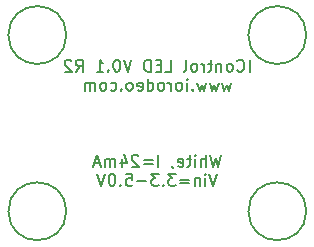
<source format=gbo>
%TF.GenerationSoftware,KiCad,Pcbnew,7.0.8-7.0.8~ubuntu22.04.1*%
%TF.CreationDate,2023-11-26T12:24:04-08:00*%
%TF.ProjectId,white_24mA,77686974-655f-4323-946d-412e6b696361,rev?*%
%TF.SameCoordinates,Original*%
%TF.FileFunction,Legend,Bot*%
%TF.FilePolarity,Positive*%
%FSLAX46Y46*%
G04 Gerber Fmt 4.6, Leading zero omitted, Abs format (unit mm)*
G04 Created by KiCad (PCBNEW 7.0.8-7.0.8~ubuntu22.04.1) date 2023-11-26 12:24:04*
%MOMM*%
%LPD*%
G01*
G04 APERTURE LIST*
%ADD10C,0.150000*%
G04 APERTURE END LIST*
D10*
X70509524Y-55634819D02*
X70509524Y-54634819D01*
X69461906Y-55539580D02*
X69509525Y-55587200D01*
X69509525Y-55587200D02*
X69652382Y-55634819D01*
X69652382Y-55634819D02*
X69747620Y-55634819D01*
X69747620Y-55634819D02*
X69890477Y-55587200D01*
X69890477Y-55587200D02*
X69985715Y-55491961D01*
X69985715Y-55491961D02*
X70033334Y-55396723D01*
X70033334Y-55396723D02*
X70080953Y-55206247D01*
X70080953Y-55206247D02*
X70080953Y-55063390D01*
X70080953Y-55063390D02*
X70033334Y-54872914D01*
X70033334Y-54872914D02*
X69985715Y-54777676D01*
X69985715Y-54777676D02*
X69890477Y-54682438D01*
X69890477Y-54682438D02*
X69747620Y-54634819D01*
X69747620Y-54634819D02*
X69652382Y-54634819D01*
X69652382Y-54634819D02*
X69509525Y-54682438D01*
X69509525Y-54682438D02*
X69461906Y-54730057D01*
X68890477Y-55634819D02*
X68985715Y-55587200D01*
X68985715Y-55587200D02*
X69033334Y-55539580D01*
X69033334Y-55539580D02*
X69080953Y-55444342D01*
X69080953Y-55444342D02*
X69080953Y-55158628D01*
X69080953Y-55158628D02*
X69033334Y-55063390D01*
X69033334Y-55063390D02*
X68985715Y-55015771D01*
X68985715Y-55015771D02*
X68890477Y-54968152D01*
X68890477Y-54968152D02*
X68747620Y-54968152D01*
X68747620Y-54968152D02*
X68652382Y-55015771D01*
X68652382Y-55015771D02*
X68604763Y-55063390D01*
X68604763Y-55063390D02*
X68557144Y-55158628D01*
X68557144Y-55158628D02*
X68557144Y-55444342D01*
X68557144Y-55444342D02*
X68604763Y-55539580D01*
X68604763Y-55539580D02*
X68652382Y-55587200D01*
X68652382Y-55587200D02*
X68747620Y-55634819D01*
X68747620Y-55634819D02*
X68890477Y-55634819D01*
X68128572Y-54968152D02*
X68128572Y-55634819D01*
X68128572Y-55063390D02*
X68080953Y-55015771D01*
X68080953Y-55015771D02*
X67985715Y-54968152D01*
X67985715Y-54968152D02*
X67842858Y-54968152D01*
X67842858Y-54968152D02*
X67747620Y-55015771D01*
X67747620Y-55015771D02*
X67700001Y-55111009D01*
X67700001Y-55111009D02*
X67700001Y-55634819D01*
X67366667Y-54968152D02*
X66985715Y-54968152D01*
X67223810Y-54634819D02*
X67223810Y-55491961D01*
X67223810Y-55491961D02*
X67176191Y-55587200D01*
X67176191Y-55587200D02*
X67080953Y-55634819D01*
X67080953Y-55634819D02*
X66985715Y-55634819D01*
X66652381Y-55634819D02*
X66652381Y-54968152D01*
X66652381Y-55158628D02*
X66604762Y-55063390D01*
X66604762Y-55063390D02*
X66557143Y-55015771D01*
X66557143Y-55015771D02*
X66461905Y-54968152D01*
X66461905Y-54968152D02*
X66366667Y-54968152D01*
X65890476Y-55634819D02*
X65985714Y-55587200D01*
X65985714Y-55587200D02*
X66033333Y-55539580D01*
X66033333Y-55539580D02*
X66080952Y-55444342D01*
X66080952Y-55444342D02*
X66080952Y-55158628D01*
X66080952Y-55158628D02*
X66033333Y-55063390D01*
X66033333Y-55063390D02*
X65985714Y-55015771D01*
X65985714Y-55015771D02*
X65890476Y-54968152D01*
X65890476Y-54968152D02*
X65747619Y-54968152D01*
X65747619Y-54968152D02*
X65652381Y-55015771D01*
X65652381Y-55015771D02*
X65604762Y-55063390D01*
X65604762Y-55063390D02*
X65557143Y-55158628D01*
X65557143Y-55158628D02*
X65557143Y-55444342D01*
X65557143Y-55444342D02*
X65604762Y-55539580D01*
X65604762Y-55539580D02*
X65652381Y-55587200D01*
X65652381Y-55587200D02*
X65747619Y-55634819D01*
X65747619Y-55634819D02*
X65890476Y-55634819D01*
X64985714Y-55634819D02*
X65080952Y-55587200D01*
X65080952Y-55587200D02*
X65128571Y-55491961D01*
X65128571Y-55491961D02*
X65128571Y-54634819D01*
X63366666Y-55634819D02*
X63842856Y-55634819D01*
X63842856Y-55634819D02*
X63842856Y-54634819D01*
X63033332Y-55111009D02*
X62699999Y-55111009D01*
X62557142Y-55634819D02*
X63033332Y-55634819D01*
X63033332Y-55634819D02*
X63033332Y-54634819D01*
X63033332Y-54634819D02*
X62557142Y-54634819D01*
X62128570Y-55634819D02*
X62128570Y-54634819D01*
X62128570Y-54634819D02*
X61890475Y-54634819D01*
X61890475Y-54634819D02*
X61747618Y-54682438D01*
X61747618Y-54682438D02*
X61652380Y-54777676D01*
X61652380Y-54777676D02*
X61604761Y-54872914D01*
X61604761Y-54872914D02*
X61557142Y-55063390D01*
X61557142Y-55063390D02*
X61557142Y-55206247D01*
X61557142Y-55206247D02*
X61604761Y-55396723D01*
X61604761Y-55396723D02*
X61652380Y-55491961D01*
X61652380Y-55491961D02*
X61747618Y-55587200D01*
X61747618Y-55587200D02*
X61890475Y-55634819D01*
X61890475Y-55634819D02*
X62128570Y-55634819D01*
X60509522Y-54634819D02*
X60176189Y-55634819D01*
X60176189Y-55634819D02*
X59842856Y-54634819D01*
X59319046Y-54634819D02*
X59223808Y-54634819D01*
X59223808Y-54634819D02*
X59128570Y-54682438D01*
X59128570Y-54682438D02*
X59080951Y-54730057D01*
X59080951Y-54730057D02*
X59033332Y-54825295D01*
X59033332Y-54825295D02*
X58985713Y-55015771D01*
X58985713Y-55015771D02*
X58985713Y-55253866D01*
X58985713Y-55253866D02*
X59033332Y-55444342D01*
X59033332Y-55444342D02*
X59080951Y-55539580D01*
X59080951Y-55539580D02*
X59128570Y-55587200D01*
X59128570Y-55587200D02*
X59223808Y-55634819D01*
X59223808Y-55634819D02*
X59319046Y-55634819D01*
X59319046Y-55634819D02*
X59414284Y-55587200D01*
X59414284Y-55587200D02*
X59461903Y-55539580D01*
X59461903Y-55539580D02*
X59509522Y-55444342D01*
X59509522Y-55444342D02*
X59557141Y-55253866D01*
X59557141Y-55253866D02*
X59557141Y-55015771D01*
X59557141Y-55015771D02*
X59509522Y-54825295D01*
X59509522Y-54825295D02*
X59461903Y-54730057D01*
X59461903Y-54730057D02*
X59414284Y-54682438D01*
X59414284Y-54682438D02*
X59319046Y-54634819D01*
X58557141Y-55539580D02*
X58509522Y-55587200D01*
X58509522Y-55587200D02*
X58557141Y-55634819D01*
X58557141Y-55634819D02*
X58604760Y-55587200D01*
X58604760Y-55587200D02*
X58557141Y-55539580D01*
X58557141Y-55539580D02*
X58557141Y-55634819D01*
X57557142Y-55634819D02*
X58128570Y-55634819D01*
X57842856Y-55634819D02*
X57842856Y-54634819D01*
X57842856Y-54634819D02*
X57938094Y-54777676D01*
X57938094Y-54777676D02*
X58033332Y-54872914D01*
X58033332Y-54872914D02*
X58128570Y-54920533D01*
X55795237Y-55634819D02*
X56128570Y-55158628D01*
X56366665Y-55634819D02*
X56366665Y-54634819D01*
X56366665Y-54634819D02*
X55985713Y-54634819D01*
X55985713Y-54634819D02*
X55890475Y-54682438D01*
X55890475Y-54682438D02*
X55842856Y-54730057D01*
X55842856Y-54730057D02*
X55795237Y-54825295D01*
X55795237Y-54825295D02*
X55795237Y-54968152D01*
X55795237Y-54968152D02*
X55842856Y-55063390D01*
X55842856Y-55063390D02*
X55890475Y-55111009D01*
X55890475Y-55111009D02*
X55985713Y-55158628D01*
X55985713Y-55158628D02*
X56366665Y-55158628D01*
X55414284Y-54730057D02*
X55366665Y-54682438D01*
X55366665Y-54682438D02*
X55271427Y-54634819D01*
X55271427Y-54634819D02*
X55033332Y-54634819D01*
X55033332Y-54634819D02*
X54938094Y-54682438D01*
X54938094Y-54682438D02*
X54890475Y-54730057D01*
X54890475Y-54730057D02*
X54842856Y-54825295D01*
X54842856Y-54825295D02*
X54842856Y-54920533D01*
X54842856Y-54920533D02*
X54890475Y-55063390D01*
X54890475Y-55063390D02*
X55461903Y-55634819D01*
X55461903Y-55634819D02*
X54842856Y-55634819D01*
X68938094Y-56578152D02*
X68747618Y-57244819D01*
X68747618Y-57244819D02*
X68557142Y-56768628D01*
X68557142Y-56768628D02*
X68366666Y-57244819D01*
X68366666Y-57244819D02*
X68176190Y-56578152D01*
X67890475Y-56578152D02*
X67699999Y-57244819D01*
X67699999Y-57244819D02*
X67509523Y-56768628D01*
X67509523Y-56768628D02*
X67319047Y-57244819D01*
X67319047Y-57244819D02*
X67128571Y-56578152D01*
X66842856Y-56578152D02*
X66652380Y-57244819D01*
X66652380Y-57244819D02*
X66461904Y-56768628D01*
X66461904Y-56768628D02*
X66271428Y-57244819D01*
X66271428Y-57244819D02*
X66080952Y-56578152D01*
X65699999Y-57149580D02*
X65652380Y-57197200D01*
X65652380Y-57197200D02*
X65699999Y-57244819D01*
X65699999Y-57244819D02*
X65747618Y-57197200D01*
X65747618Y-57197200D02*
X65699999Y-57149580D01*
X65699999Y-57149580D02*
X65699999Y-57244819D01*
X65223809Y-57244819D02*
X65223809Y-56578152D01*
X65223809Y-56244819D02*
X65271428Y-56292438D01*
X65271428Y-56292438D02*
X65223809Y-56340057D01*
X65223809Y-56340057D02*
X65176190Y-56292438D01*
X65176190Y-56292438D02*
X65223809Y-56244819D01*
X65223809Y-56244819D02*
X65223809Y-56340057D01*
X64604762Y-57244819D02*
X64700000Y-57197200D01*
X64700000Y-57197200D02*
X64747619Y-57149580D01*
X64747619Y-57149580D02*
X64795238Y-57054342D01*
X64795238Y-57054342D02*
X64795238Y-56768628D01*
X64795238Y-56768628D02*
X64747619Y-56673390D01*
X64747619Y-56673390D02*
X64700000Y-56625771D01*
X64700000Y-56625771D02*
X64604762Y-56578152D01*
X64604762Y-56578152D02*
X64461905Y-56578152D01*
X64461905Y-56578152D02*
X64366667Y-56625771D01*
X64366667Y-56625771D02*
X64319048Y-56673390D01*
X64319048Y-56673390D02*
X64271429Y-56768628D01*
X64271429Y-56768628D02*
X64271429Y-57054342D01*
X64271429Y-57054342D02*
X64319048Y-57149580D01*
X64319048Y-57149580D02*
X64366667Y-57197200D01*
X64366667Y-57197200D02*
X64461905Y-57244819D01*
X64461905Y-57244819D02*
X64604762Y-57244819D01*
X63842857Y-57244819D02*
X63842857Y-56578152D01*
X63842857Y-56768628D02*
X63795238Y-56673390D01*
X63795238Y-56673390D02*
X63747619Y-56625771D01*
X63747619Y-56625771D02*
X63652381Y-56578152D01*
X63652381Y-56578152D02*
X63557143Y-56578152D01*
X63080952Y-57244819D02*
X63176190Y-57197200D01*
X63176190Y-57197200D02*
X63223809Y-57149580D01*
X63223809Y-57149580D02*
X63271428Y-57054342D01*
X63271428Y-57054342D02*
X63271428Y-56768628D01*
X63271428Y-56768628D02*
X63223809Y-56673390D01*
X63223809Y-56673390D02*
X63176190Y-56625771D01*
X63176190Y-56625771D02*
X63080952Y-56578152D01*
X63080952Y-56578152D02*
X62938095Y-56578152D01*
X62938095Y-56578152D02*
X62842857Y-56625771D01*
X62842857Y-56625771D02*
X62795238Y-56673390D01*
X62795238Y-56673390D02*
X62747619Y-56768628D01*
X62747619Y-56768628D02*
X62747619Y-57054342D01*
X62747619Y-57054342D02*
X62795238Y-57149580D01*
X62795238Y-57149580D02*
X62842857Y-57197200D01*
X62842857Y-57197200D02*
X62938095Y-57244819D01*
X62938095Y-57244819D02*
X63080952Y-57244819D01*
X61890476Y-57244819D02*
X61890476Y-56244819D01*
X61890476Y-57197200D02*
X61985714Y-57244819D01*
X61985714Y-57244819D02*
X62176190Y-57244819D01*
X62176190Y-57244819D02*
X62271428Y-57197200D01*
X62271428Y-57197200D02*
X62319047Y-57149580D01*
X62319047Y-57149580D02*
X62366666Y-57054342D01*
X62366666Y-57054342D02*
X62366666Y-56768628D01*
X62366666Y-56768628D02*
X62319047Y-56673390D01*
X62319047Y-56673390D02*
X62271428Y-56625771D01*
X62271428Y-56625771D02*
X62176190Y-56578152D01*
X62176190Y-56578152D02*
X61985714Y-56578152D01*
X61985714Y-56578152D02*
X61890476Y-56625771D01*
X61033333Y-57197200D02*
X61128571Y-57244819D01*
X61128571Y-57244819D02*
X61319047Y-57244819D01*
X61319047Y-57244819D02*
X61414285Y-57197200D01*
X61414285Y-57197200D02*
X61461904Y-57101961D01*
X61461904Y-57101961D02*
X61461904Y-56721009D01*
X61461904Y-56721009D02*
X61414285Y-56625771D01*
X61414285Y-56625771D02*
X61319047Y-56578152D01*
X61319047Y-56578152D02*
X61128571Y-56578152D01*
X61128571Y-56578152D02*
X61033333Y-56625771D01*
X61033333Y-56625771D02*
X60985714Y-56721009D01*
X60985714Y-56721009D02*
X60985714Y-56816247D01*
X60985714Y-56816247D02*
X61461904Y-56911485D01*
X60414285Y-57244819D02*
X60509523Y-57197200D01*
X60509523Y-57197200D02*
X60557142Y-57149580D01*
X60557142Y-57149580D02*
X60604761Y-57054342D01*
X60604761Y-57054342D02*
X60604761Y-56768628D01*
X60604761Y-56768628D02*
X60557142Y-56673390D01*
X60557142Y-56673390D02*
X60509523Y-56625771D01*
X60509523Y-56625771D02*
X60414285Y-56578152D01*
X60414285Y-56578152D02*
X60271428Y-56578152D01*
X60271428Y-56578152D02*
X60176190Y-56625771D01*
X60176190Y-56625771D02*
X60128571Y-56673390D01*
X60128571Y-56673390D02*
X60080952Y-56768628D01*
X60080952Y-56768628D02*
X60080952Y-57054342D01*
X60080952Y-57054342D02*
X60128571Y-57149580D01*
X60128571Y-57149580D02*
X60176190Y-57197200D01*
X60176190Y-57197200D02*
X60271428Y-57244819D01*
X60271428Y-57244819D02*
X60414285Y-57244819D01*
X59652380Y-57149580D02*
X59604761Y-57197200D01*
X59604761Y-57197200D02*
X59652380Y-57244819D01*
X59652380Y-57244819D02*
X59699999Y-57197200D01*
X59699999Y-57197200D02*
X59652380Y-57149580D01*
X59652380Y-57149580D02*
X59652380Y-57244819D01*
X58747619Y-57197200D02*
X58842857Y-57244819D01*
X58842857Y-57244819D02*
X59033333Y-57244819D01*
X59033333Y-57244819D02*
X59128571Y-57197200D01*
X59128571Y-57197200D02*
X59176190Y-57149580D01*
X59176190Y-57149580D02*
X59223809Y-57054342D01*
X59223809Y-57054342D02*
X59223809Y-56768628D01*
X59223809Y-56768628D02*
X59176190Y-56673390D01*
X59176190Y-56673390D02*
X59128571Y-56625771D01*
X59128571Y-56625771D02*
X59033333Y-56578152D01*
X59033333Y-56578152D02*
X58842857Y-56578152D01*
X58842857Y-56578152D02*
X58747619Y-56625771D01*
X58176190Y-57244819D02*
X58271428Y-57197200D01*
X58271428Y-57197200D02*
X58319047Y-57149580D01*
X58319047Y-57149580D02*
X58366666Y-57054342D01*
X58366666Y-57054342D02*
X58366666Y-56768628D01*
X58366666Y-56768628D02*
X58319047Y-56673390D01*
X58319047Y-56673390D02*
X58271428Y-56625771D01*
X58271428Y-56625771D02*
X58176190Y-56578152D01*
X58176190Y-56578152D02*
X58033333Y-56578152D01*
X58033333Y-56578152D02*
X57938095Y-56625771D01*
X57938095Y-56625771D02*
X57890476Y-56673390D01*
X57890476Y-56673390D02*
X57842857Y-56768628D01*
X57842857Y-56768628D02*
X57842857Y-57054342D01*
X57842857Y-57054342D02*
X57890476Y-57149580D01*
X57890476Y-57149580D02*
X57938095Y-57197200D01*
X57938095Y-57197200D02*
X58033333Y-57244819D01*
X58033333Y-57244819D02*
X58176190Y-57244819D01*
X57414285Y-57244819D02*
X57414285Y-56578152D01*
X57414285Y-56673390D02*
X57366666Y-56625771D01*
X57366666Y-56625771D02*
X57271428Y-56578152D01*
X57271428Y-56578152D02*
X57128571Y-56578152D01*
X57128571Y-56578152D02*
X57033333Y-56625771D01*
X57033333Y-56625771D02*
X56985714Y-56721009D01*
X56985714Y-56721009D02*
X56985714Y-57244819D01*
X56985714Y-56721009D02*
X56938095Y-56625771D01*
X56938095Y-56625771D02*
X56842857Y-56578152D01*
X56842857Y-56578152D02*
X56700000Y-56578152D01*
X56700000Y-56578152D02*
X56604761Y-56625771D01*
X56604761Y-56625771D02*
X56557142Y-56721009D01*
X56557142Y-56721009D02*
X56557142Y-57244819D01*
X68057141Y-62684819D02*
X67819046Y-63684819D01*
X67819046Y-63684819D02*
X67628570Y-62970533D01*
X67628570Y-62970533D02*
X67438094Y-63684819D01*
X67438094Y-63684819D02*
X67199999Y-62684819D01*
X66819046Y-63684819D02*
X66819046Y-62684819D01*
X66390475Y-63684819D02*
X66390475Y-63161009D01*
X66390475Y-63161009D02*
X66438094Y-63065771D01*
X66438094Y-63065771D02*
X66533332Y-63018152D01*
X66533332Y-63018152D02*
X66676189Y-63018152D01*
X66676189Y-63018152D02*
X66771427Y-63065771D01*
X66771427Y-63065771D02*
X66819046Y-63113390D01*
X65914284Y-63684819D02*
X65914284Y-63018152D01*
X65914284Y-62684819D02*
X65961903Y-62732438D01*
X65961903Y-62732438D02*
X65914284Y-62780057D01*
X65914284Y-62780057D02*
X65866665Y-62732438D01*
X65866665Y-62732438D02*
X65914284Y-62684819D01*
X65914284Y-62684819D02*
X65914284Y-62780057D01*
X65580951Y-63018152D02*
X65199999Y-63018152D01*
X65438094Y-62684819D02*
X65438094Y-63541961D01*
X65438094Y-63541961D02*
X65390475Y-63637200D01*
X65390475Y-63637200D02*
X65295237Y-63684819D01*
X65295237Y-63684819D02*
X65199999Y-63684819D01*
X64485713Y-63637200D02*
X64580951Y-63684819D01*
X64580951Y-63684819D02*
X64771427Y-63684819D01*
X64771427Y-63684819D02*
X64866665Y-63637200D01*
X64866665Y-63637200D02*
X64914284Y-63541961D01*
X64914284Y-63541961D02*
X64914284Y-63161009D01*
X64914284Y-63161009D02*
X64866665Y-63065771D01*
X64866665Y-63065771D02*
X64771427Y-63018152D01*
X64771427Y-63018152D02*
X64580951Y-63018152D01*
X64580951Y-63018152D02*
X64485713Y-63065771D01*
X64485713Y-63065771D02*
X64438094Y-63161009D01*
X64438094Y-63161009D02*
X64438094Y-63256247D01*
X64438094Y-63256247D02*
X64914284Y-63351485D01*
X63961903Y-63637200D02*
X63961903Y-63684819D01*
X63961903Y-63684819D02*
X64009522Y-63780057D01*
X64009522Y-63780057D02*
X64057141Y-63827676D01*
X62771427Y-63684819D02*
X62771427Y-62684819D01*
X62295237Y-63161009D02*
X61533333Y-63161009D01*
X61533333Y-63446723D02*
X62295237Y-63446723D01*
X61104761Y-62780057D02*
X61057142Y-62732438D01*
X61057142Y-62732438D02*
X60961904Y-62684819D01*
X60961904Y-62684819D02*
X60723809Y-62684819D01*
X60723809Y-62684819D02*
X60628571Y-62732438D01*
X60628571Y-62732438D02*
X60580952Y-62780057D01*
X60580952Y-62780057D02*
X60533333Y-62875295D01*
X60533333Y-62875295D02*
X60533333Y-62970533D01*
X60533333Y-62970533D02*
X60580952Y-63113390D01*
X60580952Y-63113390D02*
X61152380Y-63684819D01*
X61152380Y-63684819D02*
X60533333Y-63684819D01*
X59676190Y-63018152D02*
X59676190Y-63684819D01*
X59914285Y-62637200D02*
X60152380Y-63351485D01*
X60152380Y-63351485D02*
X59533333Y-63351485D01*
X59152380Y-63684819D02*
X59152380Y-63018152D01*
X59152380Y-63113390D02*
X59104761Y-63065771D01*
X59104761Y-63065771D02*
X59009523Y-63018152D01*
X59009523Y-63018152D02*
X58866666Y-63018152D01*
X58866666Y-63018152D02*
X58771428Y-63065771D01*
X58771428Y-63065771D02*
X58723809Y-63161009D01*
X58723809Y-63161009D02*
X58723809Y-63684819D01*
X58723809Y-63161009D02*
X58676190Y-63065771D01*
X58676190Y-63065771D02*
X58580952Y-63018152D01*
X58580952Y-63018152D02*
X58438095Y-63018152D01*
X58438095Y-63018152D02*
X58342856Y-63065771D01*
X58342856Y-63065771D02*
X58295237Y-63161009D01*
X58295237Y-63161009D02*
X58295237Y-63684819D01*
X57866666Y-63399104D02*
X57390476Y-63399104D01*
X57961904Y-63684819D02*
X57628571Y-62684819D01*
X57628571Y-62684819D02*
X57295238Y-63684819D01*
X67771427Y-64294819D02*
X67438094Y-65294819D01*
X67438094Y-65294819D02*
X67104761Y-64294819D01*
X66771427Y-65294819D02*
X66771427Y-64628152D01*
X66771427Y-64294819D02*
X66819046Y-64342438D01*
X66819046Y-64342438D02*
X66771427Y-64390057D01*
X66771427Y-64390057D02*
X66723808Y-64342438D01*
X66723808Y-64342438D02*
X66771427Y-64294819D01*
X66771427Y-64294819D02*
X66771427Y-64390057D01*
X66295237Y-64628152D02*
X66295237Y-65294819D01*
X66295237Y-64723390D02*
X66247618Y-64675771D01*
X66247618Y-64675771D02*
X66152380Y-64628152D01*
X66152380Y-64628152D02*
X66009523Y-64628152D01*
X66009523Y-64628152D02*
X65914285Y-64675771D01*
X65914285Y-64675771D02*
X65866666Y-64771009D01*
X65866666Y-64771009D02*
X65866666Y-65294819D01*
X65390475Y-64771009D02*
X64628571Y-64771009D01*
X64628571Y-65056723D02*
X65390475Y-65056723D01*
X64247618Y-64294819D02*
X63628571Y-64294819D01*
X63628571Y-64294819D02*
X63961904Y-64675771D01*
X63961904Y-64675771D02*
X63819047Y-64675771D01*
X63819047Y-64675771D02*
X63723809Y-64723390D01*
X63723809Y-64723390D02*
X63676190Y-64771009D01*
X63676190Y-64771009D02*
X63628571Y-64866247D01*
X63628571Y-64866247D02*
X63628571Y-65104342D01*
X63628571Y-65104342D02*
X63676190Y-65199580D01*
X63676190Y-65199580D02*
X63723809Y-65247200D01*
X63723809Y-65247200D02*
X63819047Y-65294819D01*
X63819047Y-65294819D02*
X64104761Y-65294819D01*
X64104761Y-65294819D02*
X64199999Y-65247200D01*
X64199999Y-65247200D02*
X64247618Y-65199580D01*
X63199999Y-65199580D02*
X63152380Y-65247200D01*
X63152380Y-65247200D02*
X63199999Y-65294819D01*
X63199999Y-65294819D02*
X63247618Y-65247200D01*
X63247618Y-65247200D02*
X63199999Y-65199580D01*
X63199999Y-65199580D02*
X63199999Y-65294819D01*
X62819047Y-64294819D02*
X62200000Y-64294819D01*
X62200000Y-64294819D02*
X62533333Y-64675771D01*
X62533333Y-64675771D02*
X62390476Y-64675771D01*
X62390476Y-64675771D02*
X62295238Y-64723390D01*
X62295238Y-64723390D02*
X62247619Y-64771009D01*
X62247619Y-64771009D02*
X62200000Y-64866247D01*
X62200000Y-64866247D02*
X62200000Y-65104342D01*
X62200000Y-65104342D02*
X62247619Y-65199580D01*
X62247619Y-65199580D02*
X62295238Y-65247200D01*
X62295238Y-65247200D02*
X62390476Y-65294819D01*
X62390476Y-65294819D02*
X62676190Y-65294819D01*
X62676190Y-65294819D02*
X62771428Y-65247200D01*
X62771428Y-65247200D02*
X62819047Y-65199580D01*
X61771428Y-64913866D02*
X61009524Y-64913866D01*
X60057143Y-64294819D02*
X60533333Y-64294819D01*
X60533333Y-64294819D02*
X60580952Y-64771009D01*
X60580952Y-64771009D02*
X60533333Y-64723390D01*
X60533333Y-64723390D02*
X60438095Y-64675771D01*
X60438095Y-64675771D02*
X60200000Y-64675771D01*
X60200000Y-64675771D02*
X60104762Y-64723390D01*
X60104762Y-64723390D02*
X60057143Y-64771009D01*
X60057143Y-64771009D02*
X60009524Y-64866247D01*
X60009524Y-64866247D02*
X60009524Y-65104342D01*
X60009524Y-65104342D02*
X60057143Y-65199580D01*
X60057143Y-65199580D02*
X60104762Y-65247200D01*
X60104762Y-65247200D02*
X60200000Y-65294819D01*
X60200000Y-65294819D02*
X60438095Y-65294819D01*
X60438095Y-65294819D02*
X60533333Y-65247200D01*
X60533333Y-65247200D02*
X60580952Y-65199580D01*
X59580952Y-65199580D02*
X59533333Y-65247200D01*
X59533333Y-65247200D02*
X59580952Y-65294819D01*
X59580952Y-65294819D02*
X59628571Y-65247200D01*
X59628571Y-65247200D02*
X59580952Y-65199580D01*
X59580952Y-65199580D02*
X59580952Y-65294819D01*
X58914286Y-64294819D02*
X58819048Y-64294819D01*
X58819048Y-64294819D02*
X58723810Y-64342438D01*
X58723810Y-64342438D02*
X58676191Y-64390057D01*
X58676191Y-64390057D02*
X58628572Y-64485295D01*
X58628572Y-64485295D02*
X58580953Y-64675771D01*
X58580953Y-64675771D02*
X58580953Y-64913866D01*
X58580953Y-64913866D02*
X58628572Y-65104342D01*
X58628572Y-65104342D02*
X58676191Y-65199580D01*
X58676191Y-65199580D02*
X58723810Y-65247200D01*
X58723810Y-65247200D02*
X58819048Y-65294819D01*
X58819048Y-65294819D02*
X58914286Y-65294819D01*
X58914286Y-65294819D02*
X59009524Y-65247200D01*
X59009524Y-65247200D02*
X59057143Y-65199580D01*
X59057143Y-65199580D02*
X59104762Y-65104342D01*
X59104762Y-65104342D02*
X59152381Y-64913866D01*
X59152381Y-64913866D02*
X59152381Y-64675771D01*
X59152381Y-64675771D02*
X59104762Y-64485295D01*
X59104762Y-64485295D02*
X59057143Y-64390057D01*
X59057143Y-64390057D02*
X59009524Y-64342438D01*
X59009524Y-64342438D02*
X58914286Y-64294819D01*
X58295238Y-64294819D02*
X57961905Y-65294819D01*
X57961905Y-65294819D02*
X57628572Y-64294819D01*
%TO.C,M1*%
X54990000Y-52540000D02*
G75*
G03*
X54990000Y-52540000I-2450000J0D01*
G01*
%TO.C,M2*%
X75310000Y-52540000D02*
G75*
G03*
X75310000Y-52540000I-2450000J0D01*
G01*
%TO.C,M3*%
X75310000Y-67460000D02*
G75*
G03*
X75310000Y-67460000I-2450000J0D01*
G01*
%TO.C,M4*%
X54990000Y-67460000D02*
G75*
G03*
X54990000Y-67460000I-2450000J0D01*
G01*
%TD*%
M02*

</source>
